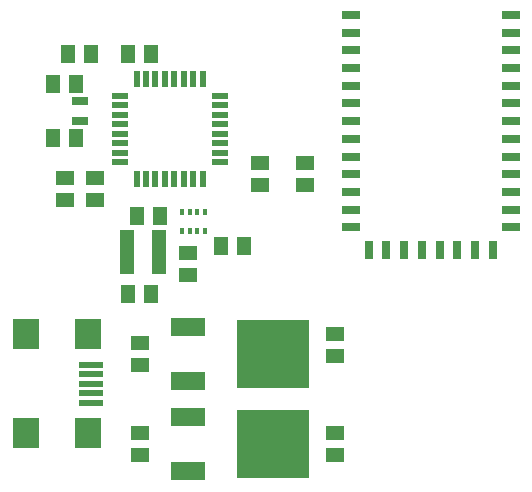
<source format=gbr>
G04 EAGLE Gerber RS-274X export*
G75*
%MOMM*%
%FSLAX34Y34*%
%LPD*%
%INSolderpaste Top*%
%IPPOS*%
%AMOC8*
5,1,8,0,0,1.08239X$1,22.5*%
G01*
%ADD10R,1.300000X1.500000*%
%ADD11R,1.500000X1.300000*%
%ADD12R,1.500000X0.635000*%
%ADD13R,0.635000X1.500000*%
%ADD14R,1.475000X0.600000*%
%ADD15R,0.600000X1.475000*%
%ADD16R,6.200000X5.800000*%
%ADD17R,3.000000X1.600000*%
%ADD18R,1.400000X0.700000*%
%ADD19R,0.350000X0.500000*%
%ADD20R,2.200000X2.500000*%
%ADD21R,2.000000X0.500000*%
%ADD22R,1.300000X3.800000*%


D10*
X200000Y292100D03*
X181000Y292100D03*
X136500Y469900D03*
X117500Y469900D03*
X136500Y424180D03*
X117500Y424180D03*
D11*
X152400Y390500D03*
X152400Y371500D03*
X127000Y390500D03*
X127000Y371500D03*
X292100Y384200D03*
X292100Y403200D03*
X190500Y155600D03*
X190500Y174600D03*
X190500Y231800D03*
X190500Y250800D03*
X355600Y155600D03*
X355600Y174600D03*
X355600Y239420D03*
X355600Y258420D03*
X231140Y308000D03*
X231140Y327000D03*
D10*
X259740Y332740D03*
X278740Y332740D03*
X149200Y495300D03*
X130200Y495300D03*
D11*
X330200Y384200D03*
X330200Y403200D03*
D12*
X369500Y528320D03*
X369500Y513320D03*
X369500Y498320D03*
X369500Y483320D03*
X369500Y468320D03*
X369500Y453320D03*
X369500Y438320D03*
X369500Y423320D03*
X369500Y408320D03*
X369500Y393320D03*
X369500Y378320D03*
X369500Y363320D03*
X369500Y348320D03*
D13*
X384500Y329570D03*
X399500Y329570D03*
X414500Y329570D03*
X429500Y329570D03*
X444500Y329570D03*
X459500Y329570D03*
X474500Y329570D03*
X489500Y329570D03*
D12*
X504500Y348320D03*
X504500Y363320D03*
X504500Y378320D03*
X504500Y393320D03*
X504500Y408320D03*
X504500Y423320D03*
X504500Y438320D03*
X504500Y453320D03*
X504500Y468320D03*
X504500Y483320D03*
X504500Y498320D03*
X504500Y513320D03*
X504500Y528320D03*
D14*
X173520Y459800D03*
X173520Y451800D03*
X173520Y443800D03*
X173520Y435800D03*
X173520Y427800D03*
X173520Y419800D03*
X173520Y411800D03*
X173520Y403800D03*
D15*
X187900Y389420D03*
X195900Y389420D03*
X203900Y389420D03*
X211900Y389420D03*
X219900Y389420D03*
X227900Y389420D03*
X235900Y389420D03*
X243900Y389420D03*
D14*
X258280Y403800D03*
X258280Y411800D03*
X258280Y419800D03*
X258280Y427800D03*
X258280Y435800D03*
X258280Y443800D03*
X258280Y451800D03*
X258280Y459800D03*
D15*
X243900Y474180D03*
X235900Y474180D03*
X227900Y474180D03*
X219900Y474180D03*
X211900Y474180D03*
X203900Y474180D03*
X195900Y474180D03*
X187900Y474180D03*
D16*
X303200Y241300D03*
D17*
X231400Y264100D03*
X231400Y218500D03*
D16*
X303200Y165100D03*
D17*
X231400Y187900D03*
X231400Y142300D03*
D18*
X139700Y455540D03*
X139700Y438540D03*
D10*
X200000Y495300D03*
X181000Y495300D03*
X207620Y358140D03*
X188620Y358140D03*
D19*
X232970Y361060D03*
X232970Y345060D03*
X239470Y361060D03*
X239470Y345060D03*
X226470Y345060D03*
X226470Y361060D03*
X245970Y361060D03*
X245970Y345060D03*
D20*
X147000Y257900D03*
X147000Y173900D03*
X94000Y257900D03*
X94000Y173900D03*
D21*
X149500Y231900D03*
X149500Y223900D03*
X149500Y215900D03*
X149500Y207900D03*
X149500Y199900D03*
D22*
X179540Y327660D03*
X206540Y327660D03*
M02*

</source>
